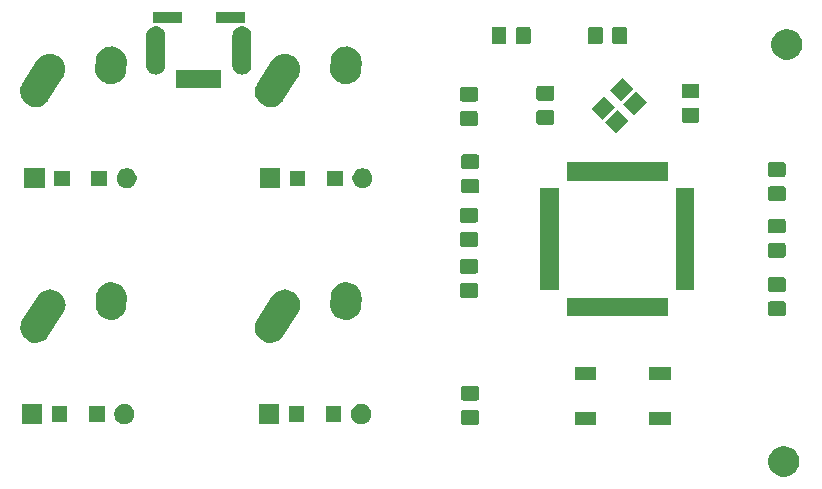
<source format=gbs>
G04 #@! TF.GenerationSoftware,KiCad,Pcbnew,(5.1.5)-3*
G04 #@! TF.CreationDate,2020-04-12T12:06:53+02:00*
G04 #@! TF.ProjectId,4Keys,344b6579-732e-46b6-9963-61645f706362,rev?*
G04 #@! TF.SameCoordinates,Original*
G04 #@! TF.FileFunction,Soldermask,Bot*
G04 #@! TF.FilePolarity,Negative*
%FSLAX46Y46*%
G04 Gerber Fmt 4.6, Leading zero omitted, Abs format (unit mm)*
G04 Created by KiCad (PCBNEW (5.1.5)-3) date 2020-04-12 12:06:53*
%MOMM*%
%LPD*%
G04 APERTURE LIST*
%ADD10C,0.100000*%
G04 APERTURE END LIST*
D10*
G36*
X171321487Y-82060996D02*
G01*
X171558253Y-82159068D01*
X171558255Y-82159069D01*
X171771339Y-82301447D01*
X171952553Y-82482661D01*
X172094932Y-82695747D01*
X172193004Y-82932513D01*
X172243000Y-83183861D01*
X172243000Y-83440139D01*
X172193004Y-83691487D01*
X172094932Y-83928253D01*
X172094931Y-83928255D01*
X171952553Y-84141339D01*
X171771339Y-84322553D01*
X171558255Y-84464931D01*
X171558254Y-84464932D01*
X171558253Y-84464932D01*
X171321487Y-84563004D01*
X171070139Y-84613000D01*
X170813861Y-84613000D01*
X170562513Y-84563004D01*
X170325747Y-84464932D01*
X170325746Y-84464932D01*
X170325745Y-84464931D01*
X170112661Y-84322553D01*
X169931447Y-84141339D01*
X169789069Y-83928255D01*
X169789068Y-83928253D01*
X169690996Y-83691487D01*
X169641000Y-83440139D01*
X169641000Y-83183861D01*
X169690996Y-82932513D01*
X169789068Y-82695747D01*
X169931447Y-82482661D01*
X170112661Y-82301447D01*
X170325745Y-82159069D01*
X170325747Y-82159068D01*
X170562513Y-82060996D01*
X170813861Y-82011000D01*
X171070139Y-82011000D01*
X171321487Y-82060996D01*
G37*
G36*
X161363500Y-80263500D02*
G01*
X159561500Y-80263500D01*
X159561500Y-79161500D01*
X161363500Y-79161500D01*
X161363500Y-80263500D01*
G37*
G36*
X155063500Y-80263500D02*
G01*
X153261500Y-80263500D01*
X153261500Y-79161500D01*
X155063500Y-79161500D01*
X155063500Y-80263500D01*
G37*
G36*
X144963674Y-78965965D02*
G01*
X145001367Y-78977399D01*
X145036103Y-78995966D01*
X145066548Y-79020952D01*
X145091534Y-79051397D01*
X145110101Y-79086133D01*
X145121535Y-79123826D01*
X145126000Y-79169161D01*
X145126000Y-80005839D01*
X145121535Y-80051174D01*
X145110101Y-80088867D01*
X145091534Y-80123603D01*
X145066548Y-80154048D01*
X145036103Y-80179034D01*
X145001367Y-80197601D01*
X144963674Y-80209035D01*
X144918339Y-80213500D01*
X143831661Y-80213500D01*
X143786326Y-80209035D01*
X143748633Y-80197601D01*
X143713897Y-80179034D01*
X143683452Y-80154048D01*
X143658466Y-80123603D01*
X143639899Y-80088867D01*
X143628465Y-80051174D01*
X143624000Y-80005839D01*
X143624000Y-79169161D01*
X143628465Y-79123826D01*
X143639899Y-79086133D01*
X143658466Y-79051397D01*
X143683452Y-79020952D01*
X143713897Y-78995966D01*
X143748633Y-78977399D01*
X143786326Y-78965965D01*
X143831661Y-78961500D01*
X144918339Y-78961500D01*
X144963674Y-78965965D01*
G37*
G36*
X128201000Y-80163500D02*
G01*
X126499000Y-80163500D01*
X126499000Y-78461500D01*
X128201000Y-78461500D01*
X128201000Y-80163500D01*
G37*
G36*
X115354478Y-78494203D02*
G01*
X115509350Y-78558353D01*
X115648731Y-78651485D01*
X115767265Y-78770019D01*
X115860397Y-78909400D01*
X115924547Y-79064272D01*
X115957250Y-79228684D01*
X115957250Y-79396316D01*
X115924547Y-79560728D01*
X115860397Y-79715600D01*
X115767265Y-79854981D01*
X115648731Y-79973515D01*
X115509350Y-80066647D01*
X115354478Y-80130797D01*
X115190066Y-80163500D01*
X115022434Y-80163500D01*
X114858022Y-80130797D01*
X114703150Y-80066647D01*
X114563769Y-79973515D01*
X114445235Y-79854981D01*
X114352103Y-79715600D01*
X114287953Y-79560728D01*
X114255250Y-79396316D01*
X114255250Y-79228684D01*
X114287953Y-79064272D01*
X114352103Y-78909400D01*
X114445235Y-78770019D01*
X114563769Y-78651485D01*
X114703150Y-78558353D01*
X114858022Y-78494203D01*
X115022434Y-78461500D01*
X115190066Y-78461500D01*
X115354478Y-78494203D01*
G37*
G36*
X108157250Y-80163500D02*
G01*
X106455250Y-80163500D01*
X106455250Y-78461500D01*
X108157250Y-78461500D01*
X108157250Y-80163500D01*
G37*
G36*
X135398228Y-78494203D02*
G01*
X135553100Y-78558353D01*
X135692481Y-78651485D01*
X135811015Y-78770019D01*
X135904147Y-78909400D01*
X135968297Y-79064272D01*
X136001000Y-79228684D01*
X136001000Y-79396316D01*
X135968297Y-79560728D01*
X135904147Y-79715600D01*
X135811015Y-79854981D01*
X135692481Y-79973515D01*
X135553100Y-80066647D01*
X135398228Y-80130797D01*
X135233816Y-80163500D01*
X135066184Y-80163500D01*
X134901772Y-80130797D01*
X134746900Y-80066647D01*
X134607519Y-79973515D01*
X134488985Y-79854981D01*
X134395853Y-79715600D01*
X134331703Y-79560728D01*
X134299000Y-79396316D01*
X134299000Y-79228684D01*
X134331703Y-79064272D01*
X134395853Y-78909400D01*
X134488985Y-78770019D01*
X134607519Y-78651485D01*
X134746900Y-78558353D01*
X134901772Y-78494203D01*
X135066184Y-78461500D01*
X135233816Y-78461500D01*
X135398228Y-78494203D01*
G37*
G36*
X133476000Y-79963500D02*
G01*
X132174000Y-79963500D01*
X132174000Y-78661500D01*
X133476000Y-78661500D01*
X133476000Y-79963500D01*
G37*
G36*
X130326000Y-79963500D02*
G01*
X129024000Y-79963500D01*
X129024000Y-78661500D01*
X130326000Y-78661500D01*
X130326000Y-79963500D01*
G37*
G36*
X110282250Y-79963500D02*
G01*
X108980250Y-79963500D01*
X108980250Y-78661500D01*
X110282250Y-78661500D01*
X110282250Y-79963500D01*
G37*
G36*
X113432250Y-79963500D02*
G01*
X112130250Y-79963500D01*
X112130250Y-78661500D01*
X113432250Y-78661500D01*
X113432250Y-79963500D01*
G37*
G36*
X144963674Y-76915965D02*
G01*
X145001367Y-76927399D01*
X145036103Y-76945966D01*
X145066548Y-76970952D01*
X145091534Y-77001397D01*
X145110101Y-77036133D01*
X145121535Y-77073826D01*
X145126000Y-77119161D01*
X145126000Y-77955839D01*
X145121535Y-78001174D01*
X145110101Y-78038867D01*
X145091534Y-78073603D01*
X145066548Y-78104048D01*
X145036103Y-78129034D01*
X145001367Y-78147601D01*
X144963674Y-78159035D01*
X144918339Y-78163500D01*
X143831661Y-78163500D01*
X143786326Y-78159035D01*
X143748633Y-78147601D01*
X143713897Y-78129034D01*
X143683452Y-78104048D01*
X143658466Y-78073603D01*
X143639899Y-78038867D01*
X143628465Y-78001174D01*
X143624000Y-77955839D01*
X143624000Y-77119161D01*
X143628465Y-77073826D01*
X143639899Y-77036133D01*
X143658466Y-77001397D01*
X143683452Y-76970952D01*
X143713897Y-76945966D01*
X143748633Y-76927399D01*
X143786326Y-76915965D01*
X143831661Y-76911500D01*
X144918339Y-76911500D01*
X144963674Y-76915965D01*
G37*
G36*
X155063500Y-76463500D02*
G01*
X153261500Y-76463500D01*
X153261500Y-75361500D01*
X155063500Y-75361500D01*
X155063500Y-76463500D01*
G37*
G36*
X161363500Y-76463500D02*
G01*
X159561500Y-76463500D01*
X159561500Y-75361500D01*
X161363500Y-75361500D01*
X161363500Y-76463500D01*
G37*
G36*
X108960044Y-68768486D02*
G01*
X109045221Y-68775003D01*
X109085003Y-68786129D01*
X109292025Y-68844027D01*
X109520620Y-68959875D01*
X109520622Y-68959876D01*
X109520623Y-68959877D01*
X109533203Y-68969750D01*
X109722222Y-69118093D01*
X109889084Y-69312603D01*
X110014793Y-69535928D01*
X110090675Y-69767750D01*
X110094518Y-69779489D01*
X110112674Y-69930076D01*
X110125194Y-70033917D01*
X110105645Y-70289445D01*
X110082491Y-70372233D01*
X110036620Y-70536250D01*
X109998309Y-70611846D01*
X109949800Y-70707566D01*
X108672204Y-72712988D01*
X108672202Y-72712990D01*
X108553630Y-72864076D01*
X108359123Y-73030936D01*
X108222505Y-73107837D01*
X108135795Y-73156646D01*
X107898584Y-73234292D01*
X107892234Y-73236371D01*
X107637807Y-73267047D01*
X107637806Y-73267047D01*
X107382279Y-73247498D01*
X107135475Y-73178473D01*
X107135474Y-73178473D01*
X107135472Y-73178472D01*
X106906885Y-73062628D01*
X106906883Y-73062627D01*
X106906880Y-73062625D01*
X106705278Y-72904407D01*
X106705274Y-72904404D01*
X106538417Y-72709900D01*
X106412708Y-72486573D01*
X106412707Y-72486572D01*
X106332983Y-72243014D01*
X106332982Y-72243011D01*
X106302306Y-71988584D01*
X106302306Y-71988583D01*
X106321855Y-71733056D01*
X106390880Y-71486252D01*
X106390880Y-71486251D01*
X106471520Y-71327130D01*
X106477700Y-71314935D01*
X107755295Y-69309512D01*
X107873869Y-69158425D01*
X108017802Y-69034951D01*
X108068380Y-68991562D01*
X108291698Y-68865856D01*
X108355056Y-68845117D01*
X108535261Y-68786130D01*
X108535262Y-68786130D01*
X108535265Y-68786129D01*
X108789691Y-68755453D01*
X108789693Y-68755453D01*
X108960044Y-68768486D01*
G37*
G36*
X128835044Y-68768486D02*
G01*
X128920221Y-68775003D01*
X128960003Y-68786129D01*
X129167025Y-68844027D01*
X129395620Y-68959875D01*
X129395622Y-68959876D01*
X129395623Y-68959877D01*
X129408203Y-68969750D01*
X129597222Y-69118093D01*
X129764084Y-69312603D01*
X129889793Y-69535928D01*
X129965675Y-69767750D01*
X129969518Y-69779489D01*
X129987674Y-69930076D01*
X130000194Y-70033917D01*
X129980645Y-70289445D01*
X129957491Y-70372233D01*
X129911620Y-70536250D01*
X129873309Y-70611846D01*
X129824800Y-70707566D01*
X128547204Y-72712988D01*
X128547202Y-72712990D01*
X128428630Y-72864076D01*
X128234123Y-73030936D01*
X128097505Y-73107837D01*
X128010795Y-73156646D01*
X127773584Y-73234292D01*
X127767234Y-73236371D01*
X127512807Y-73267047D01*
X127512806Y-73267047D01*
X127257279Y-73247498D01*
X127010475Y-73178473D01*
X127010474Y-73178473D01*
X127010472Y-73178472D01*
X126781885Y-73062628D01*
X126781883Y-73062627D01*
X126781880Y-73062625D01*
X126580278Y-72904407D01*
X126580274Y-72904404D01*
X126413417Y-72709900D01*
X126287708Y-72486573D01*
X126287707Y-72486572D01*
X126207983Y-72243014D01*
X126207982Y-72243011D01*
X126177306Y-71988584D01*
X126177306Y-71988583D01*
X126196855Y-71733056D01*
X126265880Y-71486252D01*
X126265880Y-71486251D01*
X126346520Y-71327130D01*
X126352700Y-71314935D01*
X127630295Y-69309512D01*
X127748869Y-69158425D01*
X127892802Y-69034951D01*
X127943380Y-68991562D01*
X128166698Y-68865856D01*
X128230056Y-68845117D01*
X128410261Y-68786130D01*
X128410262Y-68786130D01*
X128410265Y-68786129D01*
X128664691Y-68755453D01*
X128664693Y-68755453D01*
X128835044Y-68768486D01*
G37*
G36*
X114350129Y-68190063D02*
G01*
X114589741Y-68280963D01*
X114741711Y-68376017D01*
X114807015Y-68416863D01*
X114993602Y-68592538D01*
X115104959Y-68748800D01*
X115142330Y-68801240D01*
X115247485Y-69034947D01*
X115247486Y-69034951D01*
X115305026Y-69284678D01*
X115310808Y-69476644D01*
X115310807Y-69476652D01*
X115262666Y-70182821D01*
X115230885Y-70372233D01*
X115139985Y-70611845D01*
X115055088Y-70747577D01*
X115004085Y-70829119D01*
X114828410Y-71015706D01*
X114672148Y-71127063D01*
X114619708Y-71164434D01*
X114386001Y-71269589D01*
X114385997Y-71269590D01*
X114136271Y-71327130D01*
X113880116Y-71334844D01*
X113880112Y-71334844D01*
X113627371Y-71292437D01*
X113387759Y-71201537D01*
X113170485Y-71065637D01*
X112983898Y-70889962D01*
X112853916Y-70707565D01*
X112835170Y-70681260D01*
X112730015Y-70447553D01*
X112672474Y-70197821D01*
X112672022Y-70182821D01*
X112666692Y-70005858D01*
X112714834Y-69299678D01*
X112724692Y-69240925D01*
X112746615Y-69110267D01*
X112837515Y-68870655D01*
X112973415Y-68653381D01*
X113030700Y-68592538D01*
X113149090Y-68466794D01*
X113305352Y-68355437D01*
X113357792Y-68318066D01*
X113591499Y-68212911D01*
X113591503Y-68212910D01*
X113841229Y-68155370D01*
X114097384Y-68147656D01*
X114097388Y-68147656D01*
X114350129Y-68190063D01*
G37*
G36*
X134225129Y-68190063D02*
G01*
X134464741Y-68280963D01*
X134616711Y-68376017D01*
X134682015Y-68416863D01*
X134868602Y-68592538D01*
X134979959Y-68748800D01*
X135017330Y-68801240D01*
X135122485Y-69034947D01*
X135122486Y-69034951D01*
X135180026Y-69284678D01*
X135185808Y-69476644D01*
X135185807Y-69476652D01*
X135137666Y-70182821D01*
X135105885Y-70372233D01*
X135014985Y-70611845D01*
X134930088Y-70747577D01*
X134879085Y-70829119D01*
X134703410Y-71015706D01*
X134547148Y-71127063D01*
X134494708Y-71164434D01*
X134261001Y-71269589D01*
X134260997Y-71269590D01*
X134011271Y-71327130D01*
X133755116Y-71334844D01*
X133755112Y-71334844D01*
X133502371Y-71292437D01*
X133262759Y-71201537D01*
X133045485Y-71065637D01*
X132858898Y-70889962D01*
X132728916Y-70707565D01*
X132710170Y-70681260D01*
X132605015Y-70447553D01*
X132547474Y-70197821D01*
X132547022Y-70182821D01*
X132541692Y-70005858D01*
X132589834Y-69299678D01*
X132599692Y-69240925D01*
X132621615Y-69110267D01*
X132712515Y-68870655D01*
X132848415Y-68653381D01*
X132905700Y-68592538D01*
X133024090Y-68466794D01*
X133180352Y-68355437D01*
X133232792Y-68318066D01*
X133466499Y-68212911D01*
X133466503Y-68212910D01*
X133716229Y-68155370D01*
X133972384Y-68147656D01*
X133972388Y-68147656D01*
X134225129Y-68190063D01*
G37*
G36*
X161136550Y-71028000D02*
G01*
X152550950Y-71028000D01*
X152550950Y-69452800D01*
X161136550Y-69452800D01*
X161136550Y-71028000D01*
G37*
G36*
X170932424Y-69772215D02*
G01*
X170970117Y-69783649D01*
X171004853Y-69802216D01*
X171035298Y-69827202D01*
X171060284Y-69857647D01*
X171078851Y-69892383D01*
X171090285Y-69930076D01*
X171094750Y-69975411D01*
X171094750Y-70812089D01*
X171090285Y-70857424D01*
X171078851Y-70895117D01*
X171060284Y-70929853D01*
X171035298Y-70960298D01*
X171004853Y-70985284D01*
X170970117Y-71003851D01*
X170932424Y-71015285D01*
X170887089Y-71019750D01*
X169800411Y-71019750D01*
X169755076Y-71015285D01*
X169717383Y-71003851D01*
X169682647Y-70985284D01*
X169652202Y-70960298D01*
X169627216Y-70929853D01*
X169608649Y-70895117D01*
X169597215Y-70857424D01*
X169592750Y-70812089D01*
X169592750Y-69975411D01*
X169597215Y-69930076D01*
X169608649Y-69892383D01*
X169627216Y-69857647D01*
X169652202Y-69827202D01*
X169682647Y-69802216D01*
X169717383Y-69783649D01*
X169755076Y-69772215D01*
X169800411Y-69767750D01*
X170887089Y-69767750D01*
X170932424Y-69772215D01*
G37*
G36*
X144860674Y-68212465D02*
G01*
X144898367Y-68223899D01*
X144933103Y-68242466D01*
X144963548Y-68267452D01*
X144988534Y-68297897D01*
X145007101Y-68332633D01*
X145018535Y-68370326D01*
X145023000Y-68415661D01*
X145023000Y-69252339D01*
X145018535Y-69297674D01*
X145007101Y-69335367D01*
X144988534Y-69370103D01*
X144963548Y-69400548D01*
X144933103Y-69425534D01*
X144898367Y-69444101D01*
X144860674Y-69455535D01*
X144815339Y-69460000D01*
X143728661Y-69460000D01*
X143683326Y-69455535D01*
X143645633Y-69444101D01*
X143610897Y-69425534D01*
X143580452Y-69400548D01*
X143555466Y-69370103D01*
X143536899Y-69335367D01*
X143525465Y-69297674D01*
X143521000Y-69252339D01*
X143521000Y-68415661D01*
X143525465Y-68370326D01*
X143536899Y-68332633D01*
X143555466Y-68297897D01*
X143580452Y-68267452D01*
X143610897Y-68242466D01*
X143645633Y-68223899D01*
X143683326Y-68212465D01*
X143728661Y-68208000D01*
X144815339Y-68208000D01*
X144860674Y-68212465D01*
G37*
G36*
X170932424Y-67722215D02*
G01*
X170970117Y-67733649D01*
X171004853Y-67752216D01*
X171035298Y-67777202D01*
X171060284Y-67807647D01*
X171078851Y-67842383D01*
X171090285Y-67880076D01*
X171094750Y-67925411D01*
X171094750Y-68762089D01*
X171090285Y-68807424D01*
X171078851Y-68845117D01*
X171060284Y-68879853D01*
X171035298Y-68910298D01*
X171004853Y-68935284D01*
X170970117Y-68953851D01*
X170932424Y-68965285D01*
X170887089Y-68969750D01*
X169800411Y-68969750D01*
X169755076Y-68965285D01*
X169717383Y-68953851D01*
X169682647Y-68935284D01*
X169652202Y-68910298D01*
X169627216Y-68879853D01*
X169608649Y-68845117D01*
X169597215Y-68807424D01*
X169592750Y-68762089D01*
X169592750Y-67925411D01*
X169597215Y-67880076D01*
X169608649Y-67842383D01*
X169627216Y-67807647D01*
X169652202Y-67777202D01*
X169682647Y-67752216D01*
X169717383Y-67733649D01*
X169755076Y-67722215D01*
X169800411Y-67717750D01*
X170887089Y-67717750D01*
X170932424Y-67722215D01*
G37*
G36*
X151890950Y-68792800D02*
G01*
X150315750Y-68792800D01*
X150315750Y-60207200D01*
X151890950Y-60207200D01*
X151890950Y-68792800D01*
G37*
G36*
X163371750Y-68792800D02*
G01*
X161796550Y-68792800D01*
X161796550Y-60207200D01*
X163371750Y-60207200D01*
X163371750Y-68792800D01*
G37*
G36*
X144860674Y-66162465D02*
G01*
X144898367Y-66173899D01*
X144933103Y-66192466D01*
X144963548Y-66217452D01*
X144988534Y-66247897D01*
X145007101Y-66282633D01*
X145018535Y-66320326D01*
X145023000Y-66365661D01*
X145023000Y-67202339D01*
X145018535Y-67247674D01*
X145007101Y-67285367D01*
X144988534Y-67320103D01*
X144963548Y-67350548D01*
X144933103Y-67375534D01*
X144898367Y-67394101D01*
X144860674Y-67405535D01*
X144815339Y-67410000D01*
X143728661Y-67410000D01*
X143683326Y-67405535D01*
X143645633Y-67394101D01*
X143610897Y-67375534D01*
X143580452Y-67350548D01*
X143555466Y-67320103D01*
X143536899Y-67285367D01*
X143525465Y-67247674D01*
X143521000Y-67202339D01*
X143521000Y-66365661D01*
X143525465Y-66320326D01*
X143536899Y-66282633D01*
X143555466Y-66247897D01*
X143580452Y-66217452D01*
X143610897Y-66192466D01*
X143645633Y-66173899D01*
X143683326Y-66162465D01*
X143728661Y-66158000D01*
X144815339Y-66158000D01*
X144860674Y-66162465D01*
G37*
G36*
X170932424Y-64809715D02*
G01*
X170970117Y-64821149D01*
X171004853Y-64839716D01*
X171035298Y-64864702D01*
X171060284Y-64895147D01*
X171078851Y-64929883D01*
X171090285Y-64967576D01*
X171094750Y-65012911D01*
X171094750Y-65849589D01*
X171090285Y-65894924D01*
X171078851Y-65932617D01*
X171060284Y-65967353D01*
X171035298Y-65997798D01*
X171004853Y-66022784D01*
X170970117Y-66041351D01*
X170932424Y-66052785D01*
X170887089Y-66057250D01*
X169800411Y-66057250D01*
X169755076Y-66052785D01*
X169717383Y-66041351D01*
X169682647Y-66022784D01*
X169652202Y-65997798D01*
X169627216Y-65967353D01*
X169608649Y-65932617D01*
X169597215Y-65894924D01*
X169592750Y-65849589D01*
X169592750Y-65012911D01*
X169597215Y-64967576D01*
X169608649Y-64929883D01*
X169627216Y-64895147D01*
X169652202Y-64864702D01*
X169682647Y-64839716D01*
X169717383Y-64821149D01*
X169755076Y-64809715D01*
X169800411Y-64805250D01*
X170887089Y-64805250D01*
X170932424Y-64809715D01*
G37*
G36*
X144860674Y-63894465D02*
G01*
X144898367Y-63905899D01*
X144933103Y-63924466D01*
X144963548Y-63949452D01*
X144988534Y-63979897D01*
X145007101Y-64014633D01*
X145018535Y-64052326D01*
X145023000Y-64097661D01*
X145023000Y-64934339D01*
X145018535Y-64979674D01*
X145007101Y-65017367D01*
X144988534Y-65052103D01*
X144963548Y-65082548D01*
X144933103Y-65107534D01*
X144898367Y-65126101D01*
X144860674Y-65137535D01*
X144815339Y-65142000D01*
X143728661Y-65142000D01*
X143683326Y-65137535D01*
X143645633Y-65126101D01*
X143610897Y-65107534D01*
X143580452Y-65082548D01*
X143555466Y-65052103D01*
X143536899Y-65017367D01*
X143525465Y-64979674D01*
X143521000Y-64934339D01*
X143521000Y-64097661D01*
X143525465Y-64052326D01*
X143536899Y-64014633D01*
X143555466Y-63979897D01*
X143580452Y-63949452D01*
X143610897Y-63924466D01*
X143645633Y-63905899D01*
X143683326Y-63894465D01*
X143728661Y-63890000D01*
X144815339Y-63890000D01*
X144860674Y-63894465D01*
G37*
G36*
X170932424Y-62759715D02*
G01*
X170970117Y-62771149D01*
X171004853Y-62789716D01*
X171035298Y-62814702D01*
X171060284Y-62845147D01*
X171078851Y-62879883D01*
X171090285Y-62917576D01*
X171094750Y-62962911D01*
X171094750Y-63799589D01*
X171090285Y-63844924D01*
X171078851Y-63882617D01*
X171060284Y-63917353D01*
X171035298Y-63947798D01*
X171004853Y-63972784D01*
X170970117Y-63991351D01*
X170932424Y-64002785D01*
X170887089Y-64007250D01*
X169800411Y-64007250D01*
X169755076Y-64002785D01*
X169717383Y-63991351D01*
X169682647Y-63972784D01*
X169652202Y-63947798D01*
X169627216Y-63917353D01*
X169608649Y-63882617D01*
X169597215Y-63844924D01*
X169592750Y-63799589D01*
X169592750Y-62962911D01*
X169597215Y-62917576D01*
X169608649Y-62879883D01*
X169627216Y-62845147D01*
X169652202Y-62814702D01*
X169682647Y-62789716D01*
X169717383Y-62771149D01*
X169755076Y-62759715D01*
X169800411Y-62755250D01*
X170887089Y-62755250D01*
X170932424Y-62759715D01*
G37*
G36*
X144860674Y-61844465D02*
G01*
X144898367Y-61855899D01*
X144933103Y-61874466D01*
X144963548Y-61899452D01*
X144988534Y-61929897D01*
X145007101Y-61964633D01*
X145018535Y-62002326D01*
X145023000Y-62047661D01*
X145023000Y-62884339D01*
X145018535Y-62929674D01*
X145007101Y-62967367D01*
X144988534Y-63002103D01*
X144963548Y-63032548D01*
X144933103Y-63057534D01*
X144898367Y-63076101D01*
X144860674Y-63087535D01*
X144815339Y-63092000D01*
X143728661Y-63092000D01*
X143683326Y-63087535D01*
X143645633Y-63076101D01*
X143610897Y-63057534D01*
X143580452Y-63032548D01*
X143555466Y-63002103D01*
X143536899Y-62967367D01*
X143525465Y-62929674D01*
X143521000Y-62884339D01*
X143521000Y-62047661D01*
X143525465Y-62002326D01*
X143536899Y-61964633D01*
X143555466Y-61929897D01*
X143580452Y-61899452D01*
X143610897Y-61874466D01*
X143645633Y-61855899D01*
X143683326Y-61844465D01*
X143728661Y-61840000D01*
X144815339Y-61840000D01*
X144860674Y-61844465D01*
G37*
G36*
X170932424Y-60028465D02*
G01*
X170970117Y-60039899D01*
X171004853Y-60058466D01*
X171035298Y-60083452D01*
X171060284Y-60113897D01*
X171078851Y-60148633D01*
X171090285Y-60186326D01*
X171094750Y-60231661D01*
X171094750Y-61068339D01*
X171090285Y-61113674D01*
X171078851Y-61151367D01*
X171060284Y-61186103D01*
X171035298Y-61216548D01*
X171004853Y-61241534D01*
X170970117Y-61260101D01*
X170932424Y-61271535D01*
X170887089Y-61276000D01*
X169800411Y-61276000D01*
X169755076Y-61271535D01*
X169717383Y-61260101D01*
X169682647Y-61241534D01*
X169652202Y-61216548D01*
X169627216Y-61186103D01*
X169608649Y-61151367D01*
X169597215Y-61113674D01*
X169592750Y-61068339D01*
X169592750Y-60231661D01*
X169597215Y-60186326D01*
X169608649Y-60148633D01*
X169627216Y-60113897D01*
X169652202Y-60083452D01*
X169682647Y-60058466D01*
X169717383Y-60039899D01*
X169755076Y-60028465D01*
X169800411Y-60024000D01*
X170887089Y-60024000D01*
X170932424Y-60028465D01*
G37*
G36*
X144963674Y-59365965D02*
G01*
X145001367Y-59377399D01*
X145036103Y-59395966D01*
X145066548Y-59420952D01*
X145091534Y-59451397D01*
X145110101Y-59486133D01*
X145121535Y-59523826D01*
X145126000Y-59569161D01*
X145126000Y-60405839D01*
X145121535Y-60451174D01*
X145110101Y-60488867D01*
X145091534Y-60523603D01*
X145066548Y-60554048D01*
X145036103Y-60579034D01*
X145001367Y-60597601D01*
X144963674Y-60609035D01*
X144918339Y-60613500D01*
X143831661Y-60613500D01*
X143786326Y-60609035D01*
X143748633Y-60597601D01*
X143713897Y-60579034D01*
X143683452Y-60554048D01*
X143658466Y-60523603D01*
X143639899Y-60488867D01*
X143628465Y-60451174D01*
X143624000Y-60405839D01*
X143624000Y-59569161D01*
X143628465Y-59523826D01*
X143639899Y-59486133D01*
X143658466Y-59451397D01*
X143683452Y-59420952D01*
X143713897Y-59395966D01*
X143748633Y-59377399D01*
X143786326Y-59365965D01*
X143831661Y-59361500D01*
X144918339Y-59361500D01*
X144963674Y-59365965D01*
G37*
G36*
X108344750Y-60194750D02*
G01*
X106642750Y-60194750D01*
X106642750Y-58492750D01*
X108344750Y-58492750D01*
X108344750Y-60194750D01*
G37*
G36*
X128313500Y-60194750D02*
G01*
X126611500Y-60194750D01*
X126611500Y-58492750D01*
X128313500Y-58492750D01*
X128313500Y-60194750D01*
G37*
G36*
X135510728Y-58525453D02*
G01*
X135665600Y-58589603D01*
X135804981Y-58682735D01*
X135923515Y-58801269D01*
X136016647Y-58940650D01*
X136080797Y-59095522D01*
X136113500Y-59259934D01*
X136113500Y-59427566D01*
X136080797Y-59591978D01*
X136016647Y-59746850D01*
X135923515Y-59886231D01*
X135804981Y-60004765D01*
X135665600Y-60097897D01*
X135510728Y-60162047D01*
X135346316Y-60194750D01*
X135178684Y-60194750D01*
X135014272Y-60162047D01*
X134859400Y-60097897D01*
X134720019Y-60004765D01*
X134601485Y-59886231D01*
X134508353Y-59746850D01*
X134444203Y-59591978D01*
X134411500Y-59427566D01*
X134411500Y-59259934D01*
X134444203Y-59095522D01*
X134508353Y-58940650D01*
X134601485Y-58801269D01*
X134720019Y-58682735D01*
X134859400Y-58589603D01*
X135014272Y-58525453D01*
X135178684Y-58492750D01*
X135346316Y-58492750D01*
X135510728Y-58525453D01*
G37*
G36*
X115541978Y-58525453D02*
G01*
X115696850Y-58589603D01*
X115836231Y-58682735D01*
X115954765Y-58801269D01*
X116047897Y-58940650D01*
X116112047Y-59095522D01*
X116144750Y-59259934D01*
X116144750Y-59427566D01*
X116112047Y-59591978D01*
X116047897Y-59746850D01*
X115954765Y-59886231D01*
X115836231Y-60004765D01*
X115696850Y-60097897D01*
X115541978Y-60162047D01*
X115377566Y-60194750D01*
X115209934Y-60194750D01*
X115045522Y-60162047D01*
X114890650Y-60097897D01*
X114751269Y-60004765D01*
X114632735Y-59886231D01*
X114539603Y-59746850D01*
X114475453Y-59591978D01*
X114442750Y-59427566D01*
X114442750Y-59259934D01*
X114475453Y-59095522D01*
X114539603Y-58940650D01*
X114632735Y-58801269D01*
X114751269Y-58682735D01*
X114890650Y-58589603D01*
X115045522Y-58525453D01*
X115209934Y-58492750D01*
X115377566Y-58492750D01*
X115541978Y-58525453D01*
G37*
G36*
X110469750Y-59994750D02*
G01*
X109167750Y-59994750D01*
X109167750Y-58692750D01*
X110469750Y-58692750D01*
X110469750Y-59994750D01*
G37*
G36*
X113619750Y-59994750D02*
G01*
X112317750Y-59994750D01*
X112317750Y-58692750D01*
X113619750Y-58692750D01*
X113619750Y-59994750D01*
G37*
G36*
X130438500Y-59994750D02*
G01*
X129136500Y-59994750D01*
X129136500Y-58692750D01*
X130438500Y-58692750D01*
X130438500Y-59994750D01*
G37*
G36*
X133588500Y-59994750D02*
G01*
X132286500Y-59994750D01*
X132286500Y-58692750D01*
X133588500Y-58692750D01*
X133588500Y-59994750D01*
G37*
G36*
X161136550Y-59547200D02*
G01*
X152550950Y-59547200D01*
X152550950Y-57972000D01*
X161136550Y-57972000D01*
X161136550Y-59547200D01*
G37*
G36*
X170932424Y-57978465D02*
G01*
X170970117Y-57989899D01*
X171004853Y-58008466D01*
X171035298Y-58033452D01*
X171060284Y-58063897D01*
X171078851Y-58098633D01*
X171090285Y-58136326D01*
X171094750Y-58181661D01*
X171094750Y-59018339D01*
X171090285Y-59063674D01*
X171078851Y-59101367D01*
X171060284Y-59136103D01*
X171035298Y-59166548D01*
X171004853Y-59191534D01*
X170970117Y-59210101D01*
X170932424Y-59221535D01*
X170887089Y-59226000D01*
X169800411Y-59226000D01*
X169755076Y-59221535D01*
X169717383Y-59210101D01*
X169682647Y-59191534D01*
X169652202Y-59166548D01*
X169627216Y-59136103D01*
X169608649Y-59101367D01*
X169597215Y-59063674D01*
X169592750Y-59018339D01*
X169592750Y-58181661D01*
X169597215Y-58136326D01*
X169608649Y-58098633D01*
X169627216Y-58063897D01*
X169652202Y-58033452D01*
X169682647Y-58008466D01*
X169717383Y-57989899D01*
X169755076Y-57978465D01*
X169800411Y-57974000D01*
X170887089Y-57974000D01*
X170932424Y-57978465D01*
G37*
G36*
X144963674Y-57315965D02*
G01*
X145001367Y-57327399D01*
X145036103Y-57345966D01*
X145066548Y-57370952D01*
X145091534Y-57401397D01*
X145110101Y-57436133D01*
X145121535Y-57473826D01*
X145126000Y-57519161D01*
X145126000Y-58355839D01*
X145121535Y-58401174D01*
X145110101Y-58438867D01*
X145091534Y-58473603D01*
X145066548Y-58504048D01*
X145036103Y-58529034D01*
X145001367Y-58547601D01*
X144963674Y-58559035D01*
X144918339Y-58563500D01*
X143831661Y-58563500D01*
X143786326Y-58559035D01*
X143748633Y-58547601D01*
X143713897Y-58529034D01*
X143683452Y-58504048D01*
X143658466Y-58473603D01*
X143639899Y-58438867D01*
X143628465Y-58401174D01*
X143624000Y-58355839D01*
X143624000Y-57519161D01*
X143628465Y-57473826D01*
X143639899Y-57436133D01*
X143658466Y-57401397D01*
X143683452Y-57370952D01*
X143713897Y-57345966D01*
X143748633Y-57327399D01*
X143786326Y-57315965D01*
X143831661Y-57311500D01*
X144918339Y-57311500D01*
X144963674Y-57315965D01*
G37*
G36*
X157779479Y-54453674D02*
G01*
X156717404Y-55515749D01*
X155796751Y-54595096D01*
X156858826Y-53533021D01*
X157779479Y-54453674D01*
G37*
G36*
X144869924Y-53653465D02*
G01*
X144907617Y-53664899D01*
X144942353Y-53683466D01*
X144972798Y-53708452D01*
X144997784Y-53738897D01*
X145016351Y-53773633D01*
X145027785Y-53811326D01*
X145032250Y-53856661D01*
X145032250Y-54693339D01*
X145027785Y-54738674D01*
X145016351Y-54776367D01*
X144997784Y-54811103D01*
X144972798Y-54841548D01*
X144942353Y-54866534D01*
X144907617Y-54885101D01*
X144869924Y-54896535D01*
X144824589Y-54901000D01*
X143737911Y-54901000D01*
X143692576Y-54896535D01*
X143654883Y-54885101D01*
X143620147Y-54866534D01*
X143589702Y-54841548D01*
X143564716Y-54811103D01*
X143546149Y-54776367D01*
X143534715Y-54738674D01*
X143530250Y-54693339D01*
X143530250Y-53856661D01*
X143534715Y-53811326D01*
X143546149Y-53773633D01*
X143564716Y-53738897D01*
X143589702Y-53708452D01*
X143620147Y-53683466D01*
X143654883Y-53664899D01*
X143692576Y-53653465D01*
X143737911Y-53649000D01*
X144824589Y-53649000D01*
X144869924Y-53653465D01*
G37*
G36*
X151338674Y-53565965D02*
G01*
X151376367Y-53577399D01*
X151411103Y-53595966D01*
X151441548Y-53620952D01*
X151466534Y-53651397D01*
X151485101Y-53686133D01*
X151496535Y-53723826D01*
X151501000Y-53769161D01*
X151501000Y-54605839D01*
X151496535Y-54651174D01*
X151485101Y-54688867D01*
X151466534Y-54723603D01*
X151441548Y-54754048D01*
X151411103Y-54779034D01*
X151376367Y-54797601D01*
X151338674Y-54809035D01*
X151293339Y-54813500D01*
X150206661Y-54813500D01*
X150161326Y-54809035D01*
X150123633Y-54797601D01*
X150088897Y-54779034D01*
X150058452Y-54754048D01*
X150033466Y-54723603D01*
X150014899Y-54688867D01*
X150003465Y-54651174D01*
X149999000Y-54605839D01*
X149999000Y-53769161D01*
X150003465Y-53723826D01*
X150014899Y-53686133D01*
X150033466Y-53651397D01*
X150058452Y-53620952D01*
X150088897Y-53595966D01*
X150123633Y-53577399D01*
X150161326Y-53565965D01*
X150206661Y-53561500D01*
X151293339Y-53561500D01*
X151338674Y-53565965D01*
G37*
G36*
X163619924Y-53378465D02*
G01*
X163657617Y-53389899D01*
X163692353Y-53408466D01*
X163722798Y-53433452D01*
X163747784Y-53463897D01*
X163766351Y-53498633D01*
X163777785Y-53536326D01*
X163782250Y-53581661D01*
X163782250Y-54418339D01*
X163777785Y-54463674D01*
X163766351Y-54501367D01*
X163747784Y-54536103D01*
X163722798Y-54566548D01*
X163692353Y-54591534D01*
X163657617Y-54610101D01*
X163619924Y-54621535D01*
X163574589Y-54626000D01*
X162487911Y-54626000D01*
X162442576Y-54621535D01*
X162404883Y-54610101D01*
X162370147Y-54591534D01*
X162339702Y-54566548D01*
X162314716Y-54536103D01*
X162296149Y-54501367D01*
X162284715Y-54463674D01*
X162280250Y-54418339D01*
X162280250Y-53581661D01*
X162284715Y-53536326D01*
X162296149Y-53498633D01*
X162314716Y-53463897D01*
X162339702Y-53433452D01*
X162370147Y-53408466D01*
X162404883Y-53389899D01*
X162442576Y-53378465D01*
X162487911Y-53374000D01*
X163574589Y-53374000D01*
X163619924Y-53378465D01*
G37*
G36*
X156648108Y-53322303D02*
G01*
X155586033Y-54384378D01*
X154665380Y-53463725D01*
X155727455Y-52401650D01*
X156648108Y-53322303D01*
G37*
G36*
X159335114Y-52898039D02*
G01*
X158273039Y-53960114D01*
X157352386Y-53039461D01*
X158414461Y-51977386D01*
X159335114Y-52898039D01*
G37*
G36*
X108942544Y-48799736D02*
G01*
X109027721Y-48806253D01*
X109067503Y-48817379D01*
X109274525Y-48875277D01*
X109503120Y-48991125D01*
X109503122Y-48991126D01*
X109503123Y-48991127D01*
X109543496Y-49022812D01*
X109704722Y-49149343D01*
X109871584Y-49343853D01*
X109997293Y-49567178D01*
X110072061Y-49795595D01*
X110077018Y-49810739D01*
X110089380Y-49913271D01*
X110107694Y-50065167D01*
X110088145Y-50320695D01*
X110034205Y-50513560D01*
X110019120Y-50567500D01*
X109980809Y-50643096D01*
X109932300Y-50738816D01*
X108654704Y-52744238D01*
X108617575Y-52791548D01*
X108536130Y-52895326D01*
X108341623Y-53062186D01*
X108205005Y-53139087D01*
X108118295Y-53187896D01*
X107881084Y-53265542D01*
X107874734Y-53267621D01*
X107620307Y-53298297D01*
X107620306Y-53298297D01*
X107364779Y-53278748D01*
X107117975Y-53209723D01*
X107117974Y-53209723D01*
X107117972Y-53209722D01*
X106889385Y-53093878D01*
X106889383Y-53093877D01*
X106889380Y-53093875D01*
X106687778Y-52935657D01*
X106687774Y-52935654D01*
X106520917Y-52741150D01*
X106410182Y-52544425D01*
X106395207Y-52517822D01*
X106315483Y-52274264D01*
X106315482Y-52274261D01*
X106284806Y-52019834D01*
X106284806Y-52019833D01*
X106304355Y-51764306D01*
X106373380Y-51517502D01*
X106373380Y-51517501D01*
X106425885Y-51413897D01*
X106460200Y-51346185D01*
X107737795Y-49340762D01*
X107856369Y-49189675D01*
X108000302Y-49066201D01*
X108050880Y-49022812D01*
X108274198Y-48897106D01*
X108274204Y-48897104D01*
X108517761Y-48817380D01*
X108517762Y-48817380D01*
X108517765Y-48817379D01*
X108772191Y-48786703D01*
X108772193Y-48786703D01*
X108942544Y-48799736D01*
G37*
G36*
X128835044Y-48799736D02*
G01*
X128920221Y-48806253D01*
X128960003Y-48817379D01*
X129167025Y-48875277D01*
X129395620Y-48991125D01*
X129395622Y-48991126D01*
X129395623Y-48991127D01*
X129435996Y-49022812D01*
X129597222Y-49149343D01*
X129764084Y-49343853D01*
X129889793Y-49567178D01*
X129964561Y-49795595D01*
X129969518Y-49810739D01*
X129981880Y-49913271D01*
X130000194Y-50065167D01*
X129980645Y-50320695D01*
X129926705Y-50513560D01*
X129911620Y-50567500D01*
X129873309Y-50643096D01*
X129824800Y-50738816D01*
X128547204Y-52744238D01*
X128510075Y-52791548D01*
X128428630Y-52895326D01*
X128234123Y-53062186D01*
X128097505Y-53139087D01*
X128010795Y-53187896D01*
X127773584Y-53265542D01*
X127767234Y-53267621D01*
X127512807Y-53298297D01*
X127512806Y-53298297D01*
X127257279Y-53278748D01*
X127010475Y-53209723D01*
X127010474Y-53209723D01*
X127010472Y-53209722D01*
X126781885Y-53093878D01*
X126781883Y-53093877D01*
X126781880Y-53093875D01*
X126580278Y-52935657D01*
X126580274Y-52935654D01*
X126413417Y-52741150D01*
X126302682Y-52544425D01*
X126287707Y-52517822D01*
X126207983Y-52274264D01*
X126207982Y-52274261D01*
X126177306Y-52019834D01*
X126177306Y-52019833D01*
X126196855Y-51764306D01*
X126265880Y-51517502D01*
X126265880Y-51517501D01*
X126318385Y-51413897D01*
X126352700Y-51346185D01*
X127630295Y-49340762D01*
X127748869Y-49189675D01*
X127892802Y-49066201D01*
X127943380Y-49022812D01*
X128166698Y-48897106D01*
X128166704Y-48897104D01*
X128410261Y-48817380D01*
X128410262Y-48817380D01*
X128410265Y-48817379D01*
X128664691Y-48786703D01*
X128664693Y-48786703D01*
X128835044Y-48799736D01*
G37*
G36*
X144869924Y-51603465D02*
G01*
X144907617Y-51614899D01*
X144942353Y-51633466D01*
X144972798Y-51658452D01*
X144997784Y-51688897D01*
X145016351Y-51723633D01*
X145027785Y-51761326D01*
X145032250Y-51806661D01*
X145032250Y-52643339D01*
X145027785Y-52688674D01*
X145016351Y-52726367D01*
X144997784Y-52761103D01*
X144972798Y-52791548D01*
X144942353Y-52816534D01*
X144907617Y-52835101D01*
X144869924Y-52846535D01*
X144824589Y-52851000D01*
X143737911Y-52851000D01*
X143692576Y-52846535D01*
X143654883Y-52835101D01*
X143620147Y-52816534D01*
X143589702Y-52791548D01*
X143564716Y-52761103D01*
X143546149Y-52726367D01*
X143534715Y-52688674D01*
X143530250Y-52643339D01*
X143530250Y-51806661D01*
X143534715Y-51761326D01*
X143546149Y-51723633D01*
X143564716Y-51688897D01*
X143589702Y-51658452D01*
X143620147Y-51633466D01*
X143654883Y-51614899D01*
X143692576Y-51603465D01*
X143737911Y-51599000D01*
X144824589Y-51599000D01*
X144869924Y-51603465D01*
G37*
G36*
X158203743Y-51766668D02*
G01*
X157141668Y-52828743D01*
X156221015Y-51908090D01*
X157283090Y-50846015D01*
X158203743Y-51766668D01*
G37*
G36*
X151338674Y-51515965D02*
G01*
X151376367Y-51527399D01*
X151411103Y-51545966D01*
X151441548Y-51570952D01*
X151466534Y-51601397D01*
X151485101Y-51636133D01*
X151496535Y-51673826D01*
X151501000Y-51719161D01*
X151501000Y-52555839D01*
X151496535Y-52601174D01*
X151485101Y-52638867D01*
X151466534Y-52673603D01*
X151441548Y-52704048D01*
X151411103Y-52729034D01*
X151376367Y-52747601D01*
X151338674Y-52759035D01*
X151293339Y-52763500D01*
X150206661Y-52763500D01*
X150161326Y-52759035D01*
X150123633Y-52747601D01*
X150088897Y-52729034D01*
X150058452Y-52704048D01*
X150033466Y-52673603D01*
X150014899Y-52638867D01*
X150003465Y-52601174D01*
X149999000Y-52555839D01*
X149999000Y-51719161D01*
X150003465Y-51673826D01*
X150014899Y-51636133D01*
X150033466Y-51601397D01*
X150058452Y-51570952D01*
X150088897Y-51545966D01*
X150123633Y-51527399D01*
X150161326Y-51515965D01*
X150206661Y-51511500D01*
X151293339Y-51511500D01*
X151338674Y-51515965D01*
G37*
G36*
X163619924Y-51328465D02*
G01*
X163657617Y-51339899D01*
X163692353Y-51358466D01*
X163722798Y-51383452D01*
X163747784Y-51413897D01*
X163766351Y-51448633D01*
X163777785Y-51486326D01*
X163782250Y-51531661D01*
X163782250Y-52368339D01*
X163777785Y-52413674D01*
X163766351Y-52451367D01*
X163747784Y-52486103D01*
X163722798Y-52516548D01*
X163692353Y-52541534D01*
X163657617Y-52560101D01*
X163619924Y-52571535D01*
X163574589Y-52576000D01*
X162487911Y-52576000D01*
X162442576Y-52571535D01*
X162404883Y-52560101D01*
X162370147Y-52541534D01*
X162339702Y-52516548D01*
X162314716Y-52486103D01*
X162296149Y-52451367D01*
X162284715Y-52413674D01*
X162280250Y-52368339D01*
X162280250Y-51531661D01*
X162284715Y-51486326D01*
X162296149Y-51448633D01*
X162314716Y-51413897D01*
X162339702Y-51383452D01*
X162370147Y-51358466D01*
X162404883Y-51339899D01*
X162442576Y-51328465D01*
X162487911Y-51324000D01*
X163574589Y-51324000D01*
X163619924Y-51328465D01*
G37*
G36*
X123307250Y-51657250D02*
G01*
X119505250Y-51657250D01*
X119505250Y-50155250D01*
X123307250Y-50155250D01*
X123307250Y-51657250D01*
G37*
G36*
X114332629Y-48221313D02*
G01*
X114572241Y-48312213D01*
X114689390Y-48385487D01*
X114789515Y-48448113D01*
X114976102Y-48623788D01*
X115087459Y-48780050D01*
X115124830Y-48832490D01*
X115229985Y-49066197D01*
X115229986Y-49066201D01*
X115287526Y-49315928D01*
X115293308Y-49507894D01*
X115293307Y-49507902D01*
X115245166Y-50214071D01*
X115213385Y-50403483D01*
X115122485Y-50643095D01*
X114995563Y-50846015D01*
X114986585Y-50860369D01*
X114810910Y-51046956D01*
X114654648Y-51158313D01*
X114602208Y-51195684D01*
X114368501Y-51300839D01*
X114368497Y-51300840D01*
X114118771Y-51358380D01*
X113862616Y-51366094D01*
X113862612Y-51366094D01*
X113609871Y-51323687D01*
X113370259Y-51232787D01*
X113152985Y-51096887D01*
X113099953Y-51046956D01*
X112966398Y-50921212D01*
X112836416Y-50738815D01*
X112817670Y-50712510D01*
X112712515Y-50478803D01*
X112712514Y-50478799D01*
X112654974Y-50229072D01*
X112649192Y-50037108D01*
X112697334Y-49330928D01*
X112721035Y-49189675D01*
X112729115Y-49141517D01*
X112820015Y-48901905D01*
X112955915Y-48684631D01*
X113013200Y-48623788D01*
X113131590Y-48498044D01*
X113289536Y-48385487D01*
X113340292Y-48349316D01*
X113573999Y-48244161D01*
X113574003Y-48244160D01*
X113823729Y-48186620D01*
X114079884Y-48178906D01*
X114079888Y-48178906D01*
X114332629Y-48221313D01*
G37*
G36*
X134225129Y-48221313D02*
G01*
X134464741Y-48312213D01*
X134581890Y-48385487D01*
X134682015Y-48448113D01*
X134868602Y-48623788D01*
X134979959Y-48780050D01*
X135017330Y-48832490D01*
X135122485Y-49066197D01*
X135122486Y-49066201D01*
X135180026Y-49315928D01*
X135185808Y-49507894D01*
X135185807Y-49507902D01*
X135137666Y-50214071D01*
X135105885Y-50403483D01*
X135014985Y-50643095D01*
X134888063Y-50846015D01*
X134879085Y-50860369D01*
X134703410Y-51046956D01*
X134547148Y-51158313D01*
X134494708Y-51195684D01*
X134261001Y-51300839D01*
X134260997Y-51300840D01*
X134011271Y-51358380D01*
X133755116Y-51366094D01*
X133755112Y-51366094D01*
X133502371Y-51323687D01*
X133262759Y-51232787D01*
X133045485Y-51096887D01*
X132992453Y-51046956D01*
X132858898Y-50921212D01*
X132728916Y-50738815D01*
X132710170Y-50712510D01*
X132605015Y-50478803D01*
X132605014Y-50478799D01*
X132547474Y-50229072D01*
X132541692Y-50037108D01*
X132589834Y-49330928D01*
X132613535Y-49189675D01*
X132621615Y-49141517D01*
X132712515Y-48901905D01*
X132848415Y-48684631D01*
X132905700Y-48623788D01*
X133024090Y-48498044D01*
X133182036Y-48385487D01*
X133232792Y-48349316D01*
X133466499Y-48244161D01*
X133466503Y-48244160D01*
X133716229Y-48186620D01*
X133972384Y-48178906D01*
X133972388Y-48178906D01*
X134225129Y-48221313D01*
G37*
G36*
X125213272Y-46466840D02*
G01*
X125313931Y-46497375D01*
X125364262Y-46512642D01*
X125487880Y-46578718D01*
X125503414Y-46587021D01*
X125625383Y-46687117D01*
X125725479Y-46809085D01*
X125799858Y-46948237D01*
X125814179Y-46995447D01*
X125845660Y-47099227D01*
X125845660Y-47099229D01*
X125857250Y-47216904D01*
X125857250Y-49795596D01*
X125853387Y-49834821D01*
X125845660Y-49913273D01*
X125815125Y-50013932D01*
X125799858Y-50064263D01*
X125725479Y-50203415D01*
X125625383Y-50325383D01*
X125503415Y-50425479D01*
X125364263Y-50499858D01*
X125313932Y-50515125D01*
X125213273Y-50545660D01*
X125056250Y-50561125D01*
X124899228Y-50545660D01*
X124798569Y-50515125D01*
X124748238Y-50499858D01*
X124609086Y-50425479D01*
X124487118Y-50325383D01*
X124387022Y-50203415D01*
X124312643Y-50064263D01*
X124297376Y-50013932D01*
X124266841Y-49913273D01*
X124259114Y-49834821D01*
X124255251Y-49795596D01*
X124255250Y-47216905D01*
X124266840Y-47099230D01*
X124266840Y-47099228D01*
X124312642Y-46948239D01*
X124312642Y-46948238D01*
X124387021Y-46809086D01*
X124418135Y-46771173D01*
X124487117Y-46687117D01*
X124609085Y-46587021D01*
X124624619Y-46578718D01*
X124748237Y-46512642D01*
X124798568Y-46497375D01*
X124899227Y-46466840D01*
X125056250Y-46451375D01*
X125213272Y-46466840D01*
G37*
G36*
X117913272Y-46466840D02*
G01*
X118013931Y-46497375D01*
X118064262Y-46512642D01*
X118187880Y-46578718D01*
X118203414Y-46587021D01*
X118325383Y-46687117D01*
X118425479Y-46809085D01*
X118499858Y-46948237D01*
X118514179Y-46995447D01*
X118545660Y-47099227D01*
X118545660Y-47099229D01*
X118557250Y-47216904D01*
X118557250Y-49795596D01*
X118553387Y-49834821D01*
X118545660Y-49913273D01*
X118515125Y-50013932D01*
X118499858Y-50064263D01*
X118425479Y-50203415D01*
X118325383Y-50325383D01*
X118203415Y-50425479D01*
X118064263Y-50499858D01*
X118013932Y-50515125D01*
X117913273Y-50545660D01*
X117756250Y-50561125D01*
X117599228Y-50545660D01*
X117498569Y-50515125D01*
X117448238Y-50499858D01*
X117309086Y-50425479D01*
X117187118Y-50325383D01*
X117087022Y-50203415D01*
X117012643Y-50064263D01*
X116997376Y-50013932D01*
X116966841Y-49913273D01*
X116959114Y-49834821D01*
X116955251Y-49795596D01*
X116955250Y-47216905D01*
X116966840Y-47099230D01*
X116966840Y-47099228D01*
X117012642Y-46948239D01*
X117012642Y-46948238D01*
X117087021Y-46809086D01*
X117118135Y-46771173D01*
X117187117Y-46687117D01*
X117309085Y-46587021D01*
X117324619Y-46578718D01*
X117448237Y-46512642D01*
X117498568Y-46497375D01*
X117599227Y-46466840D01*
X117756250Y-46451375D01*
X117913272Y-46466840D01*
G37*
G36*
X171575487Y-46754996D02*
G01*
X171706071Y-46809086D01*
X171812255Y-46853069D01*
X171954687Y-46948239D01*
X172025339Y-46995447D01*
X172206553Y-47176661D01*
X172348932Y-47389747D01*
X172447004Y-47626513D01*
X172497000Y-47877861D01*
X172497000Y-48134139D01*
X172447004Y-48385487D01*
X172348932Y-48622253D01*
X172348931Y-48622255D01*
X172206553Y-48835339D01*
X172025339Y-49016553D01*
X171812255Y-49158931D01*
X171812254Y-49158932D01*
X171812253Y-49158932D01*
X171575487Y-49257004D01*
X171324139Y-49307000D01*
X171067861Y-49307000D01*
X170816513Y-49257004D01*
X170579747Y-49158932D01*
X170579746Y-49158932D01*
X170579745Y-49158931D01*
X170366661Y-49016553D01*
X170185447Y-48835339D01*
X170043069Y-48622255D01*
X170043068Y-48622253D01*
X169944996Y-48385487D01*
X169895000Y-48134139D01*
X169895000Y-47877861D01*
X169944996Y-47626513D01*
X170043068Y-47389747D01*
X170185447Y-47176661D01*
X170366661Y-46995447D01*
X170437313Y-46948239D01*
X170579745Y-46853069D01*
X170685929Y-46809086D01*
X170816513Y-46754996D01*
X171067861Y-46705000D01*
X171324139Y-46705000D01*
X171575487Y-46754996D01*
G37*
G36*
X155444924Y-46503465D02*
G01*
X155482617Y-46514899D01*
X155517353Y-46533466D01*
X155547798Y-46558452D01*
X155572784Y-46588897D01*
X155591351Y-46623633D01*
X155602785Y-46661326D01*
X155607250Y-46706661D01*
X155607250Y-47793339D01*
X155602785Y-47838674D01*
X155591351Y-47876367D01*
X155572784Y-47911103D01*
X155547798Y-47941548D01*
X155517353Y-47966534D01*
X155482617Y-47985101D01*
X155444924Y-47996535D01*
X155399589Y-48001000D01*
X154562911Y-48001000D01*
X154517576Y-47996535D01*
X154479883Y-47985101D01*
X154445147Y-47966534D01*
X154414702Y-47941548D01*
X154389716Y-47911103D01*
X154371149Y-47876367D01*
X154359715Y-47838674D01*
X154355250Y-47793339D01*
X154355250Y-46706661D01*
X154359715Y-46661326D01*
X154371149Y-46623633D01*
X154389716Y-46588897D01*
X154414702Y-46558452D01*
X154445147Y-46533466D01*
X154479883Y-46514899D01*
X154517576Y-46503465D01*
X154562911Y-46499000D01*
X155399589Y-46499000D01*
X155444924Y-46503465D01*
G37*
G36*
X157494924Y-46503465D02*
G01*
X157532617Y-46514899D01*
X157567353Y-46533466D01*
X157597798Y-46558452D01*
X157622784Y-46588897D01*
X157641351Y-46623633D01*
X157652785Y-46661326D01*
X157657250Y-46706661D01*
X157657250Y-47793339D01*
X157652785Y-47838674D01*
X157641351Y-47876367D01*
X157622784Y-47911103D01*
X157597798Y-47941548D01*
X157567353Y-47966534D01*
X157532617Y-47985101D01*
X157494924Y-47996535D01*
X157449589Y-48001000D01*
X156612911Y-48001000D01*
X156567576Y-47996535D01*
X156529883Y-47985101D01*
X156495147Y-47966534D01*
X156464702Y-47941548D01*
X156439716Y-47911103D01*
X156421149Y-47876367D01*
X156409715Y-47838674D01*
X156405250Y-47793339D01*
X156405250Y-46706661D01*
X156409715Y-46661326D01*
X156421149Y-46623633D01*
X156439716Y-46588897D01*
X156464702Y-46558452D01*
X156495147Y-46533466D01*
X156529883Y-46514899D01*
X156567576Y-46503465D01*
X156612911Y-46499000D01*
X157449589Y-46499000D01*
X157494924Y-46503465D01*
G37*
G36*
X149338674Y-46503465D02*
G01*
X149376367Y-46514899D01*
X149411103Y-46533466D01*
X149441548Y-46558452D01*
X149466534Y-46588897D01*
X149485101Y-46623633D01*
X149496535Y-46661326D01*
X149501000Y-46706661D01*
X149501000Y-47793339D01*
X149496535Y-47838674D01*
X149485101Y-47876367D01*
X149466534Y-47911103D01*
X149441548Y-47941548D01*
X149411103Y-47966534D01*
X149376367Y-47985101D01*
X149338674Y-47996535D01*
X149293339Y-48001000D01*
X148456661Y-48001000D01*
X148411326Y-47996535D01*
X148373633Y-47985101D01*
X148338897Y-47966534D01*
X148308452Y-47941548D01*
X148283466Y-47911103D01*
X148264899Y-47876367D01*
X148253465Y-47838674D01*
X148249000Y-47793339D01*
X148249000Y-46706661D01*
X148253465Y-46661326D01*
X148264899Y-46623633D01*
X148283466Y-46588897D01*
X148308452Y-46558452D01*
X148338897Y-46533466D01*
X148373633Y-46514899D01*
X148411326Y-46503465D01*
X148456661Y-46499000D01*
X149293339Y-46499000D01*
X149338674Y-46503465D01*
G37*
G36*
X147288674Y-46503465D02*
G01*
X147326367Y-46514899D01*
X147361103Y-46533466D01*
X147391548Y-46558452D01*
X147416534Y-46588897D01*
X147435101Y-46623633D01*
X147446535Y-46661326D01*
X147451000Y-46706661D01*
X147451000Y-47793339D01*
X147446535Y-47838674D01*
X147435101Y-47876367D01*
X147416534Y-47911103D01*
X147391548Y-47941548D01*
X147361103Y-47966534D01*
X147326367Y-47985101D01*
X147288674Y-47996535D01*
X147243339Y-48001000D01*
X146406661Y-48001000D01*
X146361326Y-47996535D01*
X146323633Y-47985101D01*
X146288897Y-47966534D01*
X146258452Y-47941548D01*
X146233466Y-47911103D01*
X146214899Y-47876367D01*
X146203465Y-47838674D01*
X146199000Y-47793339D01*
X146199000Y-46706661D01*
X146203465Y-46661326D01*
X146214899Y-46623633D01*
X146233466Y-46588897D01*
X146258452Y-46558452D01*
X146288897Y-46533466D01*
X146323633Y-46514899D01*
X146361326Y-46503465D01*
X146406661Y-46499000D01*
X147243339Y-46499000D01*
X147288674Y-46503465D01*
G37*
G36*
X125307250Y-46157250D02*
G01*
X122855250Y-46157250D01*
X122855250Y-45255250D01*
X125307250Y-45255250D01*
X125307250Y-46157250D01*
G37*
G36*
X119957250Y-46157250D02*
G01*
X117505250Y-46157250D01*
X117505250Y-45255250D01*
X119957250Y-45255250D01*
X119957250Y-46157250D01*
G37*
M02*

</source>
